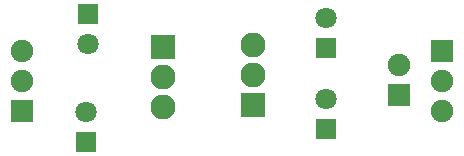
<source format=gbr>
G04 DipTrace 2.4.0.2*
%INBottomMask.gbr*%
%MOIN*%
%ADD20R,0.0748X0.0748*%
%ADD21C,0.0748*%
%ADD25C,0.0828*%
%ADD26R,0.0828X0.0828*%
%ADD29C,0.071*%
%ADD31R,0.071X0.071*%
%FSLAX44Y44*%
G04*
G70*
G90*
G75*
G01*
%LNBotMask*%
%LPD*%
D31*
X3188Y5230D3*
D29*
Y4230D3*
D31*
X3125Y990D3*
D29*
Y1990D3*
D31*
X11126Y4120D3*
D29*
Y5120D3*
D31*
Y1410D3*
D29*
Y2410D3*
D20*
X1000Y2000D3*
D21*
Y3000D3*
Y4000D3*
D20*
X15002D3*
D21*
Y3000D3*
Y2000D3*
D20*
X13564Y2540D3*
D21*
Y3540D3*
D26*
X5688Y4160D3*
D25*
Y3160D3*
Y2160D3*
D26*
X8688Y2200D3*
D25*
Y3200D3*
Y4200D3*
M02*

</source>
